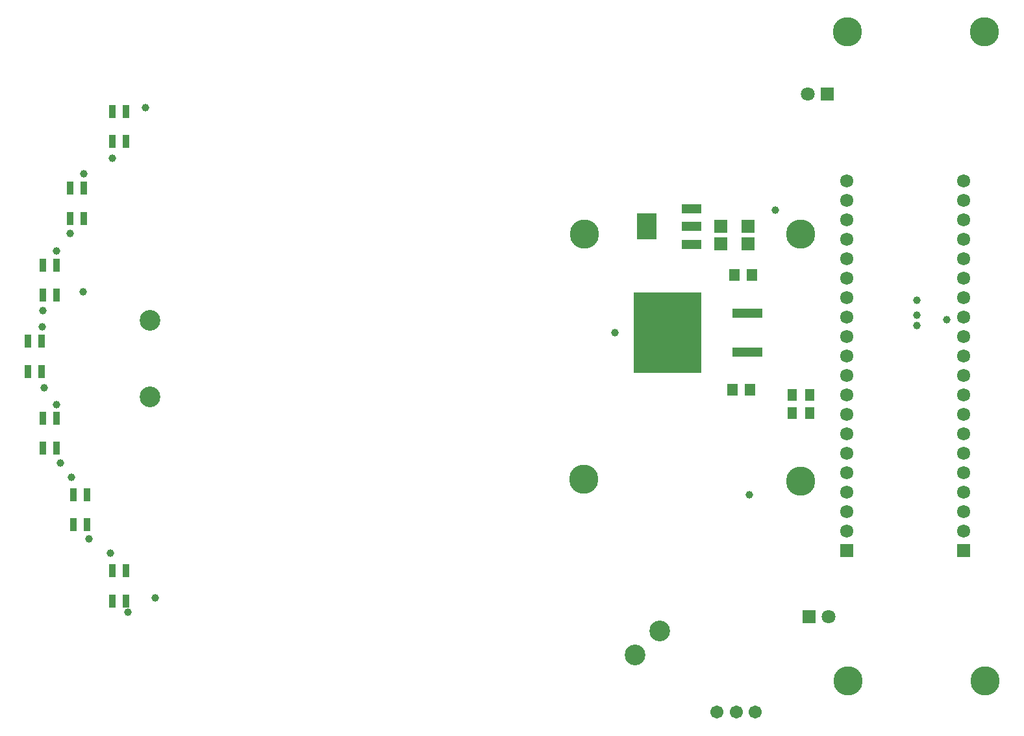
<source format=gbr>
G04*
G04 #@! TF.GenerationSoftware,Altium Limited,Altium Designer,25.5.2 (35)*
G04*
G04 Layer_Color=16711935*
%FSLAX25Y25*%
%MOIN*%
G70*
G04*
G04 #@! TF.SameCoordinates,3A6C04F0-8456-4D88-A865-9B6E00D0E649*
G04*
G04*
G04 #@! TF.FilePolarity,Negative*
G04*
G01*
G75*
%ADD31R,0.04737X0.06300*%
%ADD37C,0.14973*%
%ADD38C,0.02375*%
%ADD39C,0.10642*%
%ADD40C,0.02769*%
%ADD41R,0.06784X0.06784*%
%ADD42C,0.06784*%
%ADD43C,0.06737*%
%ADD44R,0.07099X0.07099*%
%ADD45C,0.07099*%
%ADD46C,0.03950*%
%ADD67R,0.03517X0.06981*%
%ADD68R,0.10249X0.04737*%
%ADD69R,0.06800X0.06800*%
%ADD70R,0.05800X0.06300*%
%ADD71R,0.34501X0.41627*%
%ADD72R,0.15524X0.04816*%
%ADD73R,0.10249X0.13792*%
D31*
X404500Y167500D02*
D03*
X413500D02*
D03*
X413500Y177000D02*
D03*
X404500D02*
D03*
D37*
X503709Y30000D02*
D03*
X433417D02*
D03*
X432882Y363500D02*
D03*
X503173D02*
D03*
X409000Y132500D02*
D03*
X297500Y133500D02*
D03*
X409000Y259500D02*
D03*
X298000D02*
D03*
D38*
X503500Y36000D02*
D03*
X507500Y34500D02*
D03*
X499500Y34000D02*
D03*
X509520Y30000D02*
D03*
X504000Y24500D02*
D03*
X499500Y26000D02*
D03*
X507500D02*
D03*
X498000Y30000D02*
D03*
X433209Y36000D02*
D03*
X437209Y34500D02*
D03*
X429209Y34000D02*
D03*
X439228Y30000D02*
D03*
X433709Y24500D02*
D03*
X429209Y26000D02*
D03*
X437209D02*
D03*
X427709Y30000D02*
D03*
X433091Y357500D02*
D03*
X429091Y359000D02*
D03*
X437091Y359500D02*
D03*
X427071Y363500D02*
D03*
X432591Y369000D02*
D03*
X437091Y367500D02*
D03*
X429091D02*
D03*
X438591Y363500D02*
D03*
X503382Y357500D02*
D03*
X499382Y359000D02*
D03*
X507382Y359500D02*
D03*
X497362Y363500D02*
D03*
X502882Y369000D02*
D03*
X507382Y367500D02*
D03*
X499382D02*
D03*
X508882Y363500D02*
D03*
D39*
X336500Y55500D02*
D03*
X323762Y43322D02*
D03*
X75000Y215370D02*
D03*
Y176000D02*
D03*
D40*
X409000Y265500D02*
D03*
X415000Y259500D02*
D03*
X409000Y253500D02*
D03*
X413500Y263500D02*
D03*
Y255500D02*
D03*
X404500D02*
D03*
X403000Y259500D02*
D03*
X404500Y263500D02*
D03*
X409000Y138500D02*
D03*
X413500Y136500D02*
D03*
X304000Y259500D02*
D03*
X298000Y253500D02*
D03*
X302500Y263500D02*
D03*
X292000Y259500D02*
D03*
X293500Y263500D02*
D03*
X302500Y255500D02*
D03*
X293500D02*
D03*
X298000Y265500D02*
D03*
X303500Y133500D02*
D03*
X297500Y127500D02*
D03*
X302000Y137500D02*
D03*
X291500Y133500D02*
D03*
X293000Y137500D02*
D03*
X302000Y129500D02*
D03*
X293000D02*
D03*
X297500Y139500D02*
D03*
X415000Y132500D02*
D03*
X409000Y126500D02*
D03*
X403000Y132500D02*
D03*
X404500Y136500D02*
D03*
X413500Y128500D02*
D03*
X404500D02*
D03*
D41*
X492500Y97000D02*
D03*
X432500D02*
D03*
D42*
X492500Y107000D02*
D03*
Y117000D02*
D03*
Y127000D02*
D03*
Y137000D02*
D03*
Y147000D02*
D03*
Y157000D02*
D03*
Y167000D02*
D03*
Y177000D02*
D03*
Y187000D02*
D03*
Y197000D02*
D03*
Y207000D02*
D03*
Y217000D02*
D03*
Y227000D02*
D03*
Y237000D02*
D03*
Y247000D02*
D03*
Y257000D02*
D03*
Y267000D02*
D03*
Y277000D02*
D03*
Y287000D02*
D03*
X432500Y107000D02*
D03*
Y117000D02*
D03*
Y127000D02*
D03*
Y137000D02*
D03*
Y147000D02*
D03*
Y157000D02*
D03*
Y167000D02*
D03*
Y177000D02*
D03*
Y217000D02*
D03*
Y227000D02*
D03*
Y257000D02*
D03*
Y267000D02*
D03*
Y277000D02*
D03*
Y287000D02*
D03*
Y207000D02*
D03*
Y247000D02*
D03*
Y187000D02*
D03*
Y197000D02*
D03*
Y237000D02*
D03*
D43*
X375843Y14000D02*
D03*
X366000D02*
D03*
X385685D02*
D03*
D44*
X413386Y63000D02*
D03*
X422500Y331500D02*
D03*
D45*
X423386Y63000D02*
D03*
X412500Y331500D02*
D03*
D46*
X19826Y220338D02*
D03*
X19500Y212000D02*
D03*
X468500Y225500D02*
D03*
Y218000D02*
D03*
X313500Y209000D02*
D03*
X54500Y95500D02*
D03*
X34500Y134500D02*
D03*
X27000Y172000D02*
D03*
X72500Y324500D02*
D03*
X41000Y290500D02*
D03*
X27000Y251000D02*
D03*
X63500Y65335D02*
D03*
X77500Y72500D02*
D03*
X43500Y103000D02*
D03*
X29000Y142000D02*
D03*
X20500Y180500D02*
D03*
X484000Y215500D02*
D03*
X468500Y212500D02*
D03*
X34000Y260000D02*
D03*
X55500Y298500D02*
D03*
X40500Y230000D02*
D03*
X396000Y272000D02*
D03*
X382500Y125500D02*
D03*
D67*
X62587Y86551D02*
D03*
X55500Y71000D02*
D03*
Y86551D02*
D03*
X62587Y71000D02*
D03*
X42543Y125776D02*
D03*
X27000Y165051D02*
D03*
X41043Y267724D02*
D03*
X33957D02*
D03*
X41043Y283276D02*
D03*
X33957D02*
D03*
X42543Y110224D02*
D03*
X27000Y149500D02*
D03*
X62543Y307224D02*
D03*
X19291Y189075D02*
D03*
X27043Y228224D02*
D03*
X55457Y322776D02*
D03*
X12205Y204626D02*
D03*
X19957Y243776D02*
D03*
X35457Y125776D02*
D03*
X19913Y165051D02*
D03*
X12205Y189075D02*
D03*
X19291Y204626D02*
D03*
X35457Y110224D02*
D03*
X19913Y149500D02*
D03*
X19957Y228224D02*
D03*
X27043Y243776D02*
D03*
X55457Y307224D02*
D03*
X62543Y322776D02*
D03*
D68*
X352917Y272555D02*
D03*
Y263500D02*
D03*
Y254445D02*
D03*
D69*
X382000Y263500D02*
D03*
Y254500D02*
D03*
X368000Y263500D02*
D03*
Y254500D02*
D03*
D70*
X374000Y179500D02*
D03*
X375000Y238500D02*
D03*
X384000D02*
D03*
X383000Y179500D02*
D03*
D71*
X340752Y209000D02*
D03*
D72*
X381736Y219000D02*
D03*
Y199000D02*
D03*
D73*
X330083Y263500D02*
D03*
M02*

</source>
